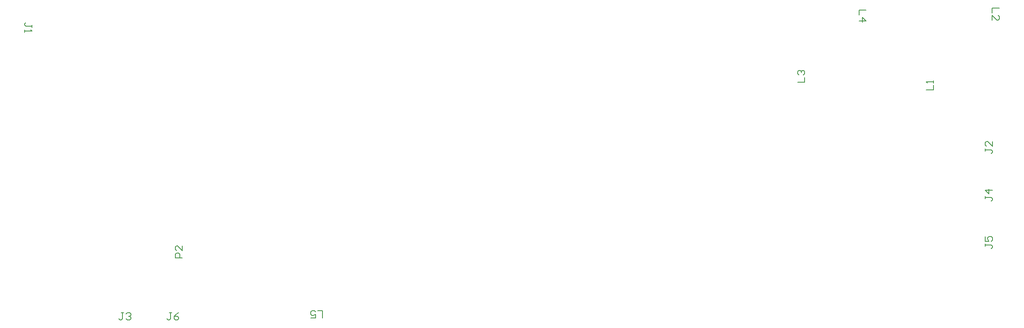
<source format=gbr>
%TF.GenerationSoftware,Altium Limited,Altium Designer,24.3.1 (35)*%
G04 Layer_Color=0*
%FSLAX43Y43*%
%MOMM*%
%TF.SameCoordinates,76E1361F-AA3B-45A8-A24B-41510BF92E79*%
%TF.FilePolarity,Positive*%
%TF.FileFunction,Other,Top_Designator*%
%TF.Part,Single*%
G01*
G75*
%TA.AperFunction,NonConductor*%
%ADD141C,0.150*%
D141*
X210025Y71750D02*
X208525D01*
Y70750D01*
Y69250D02*
Y70250D01*
X209525Y69250D01*
X209775D01*
X210025Y69500D01*
Y70000D01*
X209775Y70250D01*
X68223Y6650D02*
Y8150D01*
X67224D01*
X65724Y6650D02*
X66724D01*
Y7400D01*
X66224Y7150D01*
X65974D01*
X65724Y7400D01*
Y7900D01*
X65974Y8150D01*
X66474D01*
X66724Y7900D01*
X36600Y7750D02*
X36100D01*
X36350D01*
Y6500D01*
X36100Y6250D01*
X35850D01*
X35600Y6500D01*
X38100Y7750D02*
X37600Y7500D01*
X37100Y7000D01*
Y6500D01*
X37350Y6250D01*
X37850D01*
X38100Y6500D01*
Y6750D01*
X37850Y7000D01*
X37100D01*
X182100Y71300D02*
X180600D01*
Y70300D01*
Y69050D02*
X182100D01*
X181350Y69800D01*
Y68800D01*
X167750Y56175D02*
X169250D01*
Y57175D01*
X168000Y57675D02*
X167750Y57925D01*
Y58425D01*
X168000Y58675D01*
X168250D01*
X168500Y58425D01*
Y58175D01*
Y58425D01*
X168750Y58675D01*
X169000D01*
X169250Y58425D01*
Y57925D01*
X169000Y57675D01*
X207100Y42200D02*
Y41700D01*
Y41950D01*
X208350D01*
X208600Y41700D01*
Y41451D01*
X208350Y41201D01*
X208600Y43700D02*
Y42700D01*
X207600Y43700D01*
X207350D01*
X207100Y43450D01*
Y42950D01*
X207350Y42700D01*
X194700Y54550D02*
X196200D01*
Y55550D01*
Y56050D02*
Y56550D01*
Y56300D01*
X194700D01*
X194950Y56050D01*
X26550Y7750D02*
X26050D01*
X26300D01*
Y6500D01*
X26050Y6250D01*
X25801D01*
X25551Y6500D01*
X27050Y7500D02*
X27300Y7750D01*
X27800D01*
X28050Y7500D01*
Y7250D01*
X27800Y7000D01*
X27550D01*
X27800D01*
X28050Y6750D01*
Y6500D01*
X27800Y6250D01*
X27300D01*
X27050Y6500D01*
X7325Y67700D02*
Y68200D01*
Y67950D01*
X6075D01*
X5825Y68200D01*
Y68450D01*
X6075Y68699D01*
X5825Y67200D02*
Y66700D01*
Y66950D01*
X7325D01*
X7075Y67200D01*
X38850Y19285D02*
X37350D01*
Y20035D01*
X37600Y20285D01*
X38100D01*
X38350Y20035D01*
Y19285D01*
X38850Y21785D02*
Y20785D01*
X37850Y21785D01*
X37600D01*
X37350Y21535D01*
Y21035D01*
X37600Y20785D01*
X207100Y22250D02*
Y21750D01*
Y22000D01*
X208350D01*
X208600Y21750D01*
Y21501D01*
X208350Y21251D01*
X207100Y23750D02*
Y22750D01*
X207850D01*
X207600Y23250D01*
Y23500D01*
X207850Y23750D01*
X208350D01*
X208600Y23500D01*
Y23000D01*
X208350Y22750D01*
X207100Y32225D02*
Y31725D01*
Y31975D01*
X208350D01*
X208600Y31725D01*
Y31476D01*
X208350Y31226D01*
X208600Y33475D02*
X207100D01*
X207850Y32725D01*
Y33725D01*
%TF.MD5,60bc84d5cfc17752c1541c45381ae61b*%
M02*

</source>
